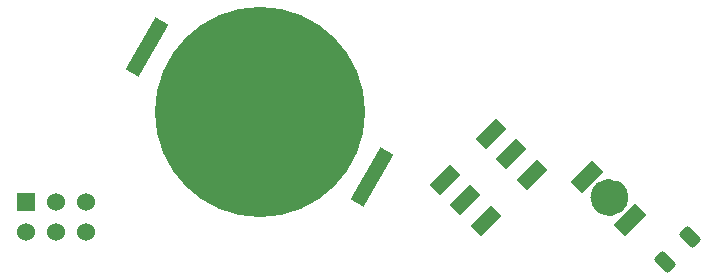
<source format=gbs>
%TF.GenerationSoftware,KiCad,Pcbnew,7.0.1-0*%
%TF.CreationDate,2023-03-26T18:35:46-04:00*%
%TF.ProjectId,space_shuttle_SAO,73706163-655f-4736-9875-74746c655f53,v04*%
%TF.SameCoordinates,Original*%
%TF.FileFunction,Soldermask,Bot*%
%TF.FilePolarity,Negative*%
%FSLAX46Y46*%
G04 Gerber Fmt 4.6, Leading zero omitted, Abs format (unit mm)*
G04 Created by KiCad (PCBNEW 7.0.1-0) date 2023-03-26 18:35:46*
%MOMM*%
%LPD*%
G01*
G04 APERTURE LIST*
G04 Aperture macros list*
%AMRoundRect*
0 Rectangle with rounded corners*
0 $1 Rounding radius*
0 $2 $3 $4 $5 $6 $7 $8 $9 X,Y pos of 4 corners*
0 Add a 4 corners polygon primitive as box body*
4,1,4,$2,$3,$4,$5,$6,$7,$8,$9,$2,$3,0*
0 Add four circle primitives for the rounded corners*
1,1,$1+$1,$2,$3*
1,1,$1+$1,$4,$5*
1,1,$1+$1,$6,$7*
1,1,$1+$1,$8,$9*
0 Add four rect primitives between the rounded corners*
20,1,$1+$1,$2,$3,$4,$5,0*
20,1,$1+$1,$4,$5,$6,$7,0*
20,1,$1+$1,$6,$7,$8,$9,0*
20,1,$1+$1,$8,$9,$2,$3,0*%
%AMRotRect*
0 Rectangle, with rotation*
0 The origin of the aperture is its center*
0 $1 length*
0 $2 width*
0 $3 Rotation angle, in degrees counterclockwise*
0 Add horizontal line*
21,1,$1,$2,0,0,$3*%
G04 Aperture macros list end*
%ADD10C,1.600000*%
%ADD11R,1.524000X1.524000*%
%ADD12C,1.524000*%
%ADD13RotRect,1.400000X2.600000X315.000000*%
%ADD14RoundRect,0.249998X0.220971X-0.662915X0.662915X-0.220971X-0.220971X0.662915X-0.662915X0.220971X0*%
%ADD15RotRect,1.200000X2.500000X315.000000*%
%ADD16RotRect,1.270000X5.080000X330.000000*%
%ADD17C,17.800000*%
G04 APERTURE END LIST*
D10*
%TO.C,D1*%
X166626108Y-107074805D02*
G75*
G03*
X166626108Y-107074805I-799999J0D01*
G01*
%TD*%
D11*
%TO.C,J1*%
X116440956Y-107473398D03*
D12*
X116440956Y-110013398D03*
X118980956Y-107473398D03*
X118980956Y-110013398D03*
X121520956Y-107473398D03*
X121520956Y-110013398D03*
%TD*%
D13*
%TO.C,D1*%
X163897899Y-105347611D03*
X167574855Y-109024567D03*
%TD*%
D14*
%TO.C,R1*%
X170553594Y-112508833D03*
X172621882Y-110440545D03*
%TD*%
D15*
%TO.C,SW1*%
X151875969Y-105561756D03*
X155765057Y-101672668D03*
X157532824Y-103440435D03*
X153643736Y-107329523D03*
X155411503Y-109097290D03*
X159300591Y-105208202D03*
%TD*%
D16*
%TO.C,BT1*%
X145731338Y-105339334D03*
X126704760Y-94354334D03*
D17*
X136218049Y-99846834D03*
%TD*%
M02*

</source>
